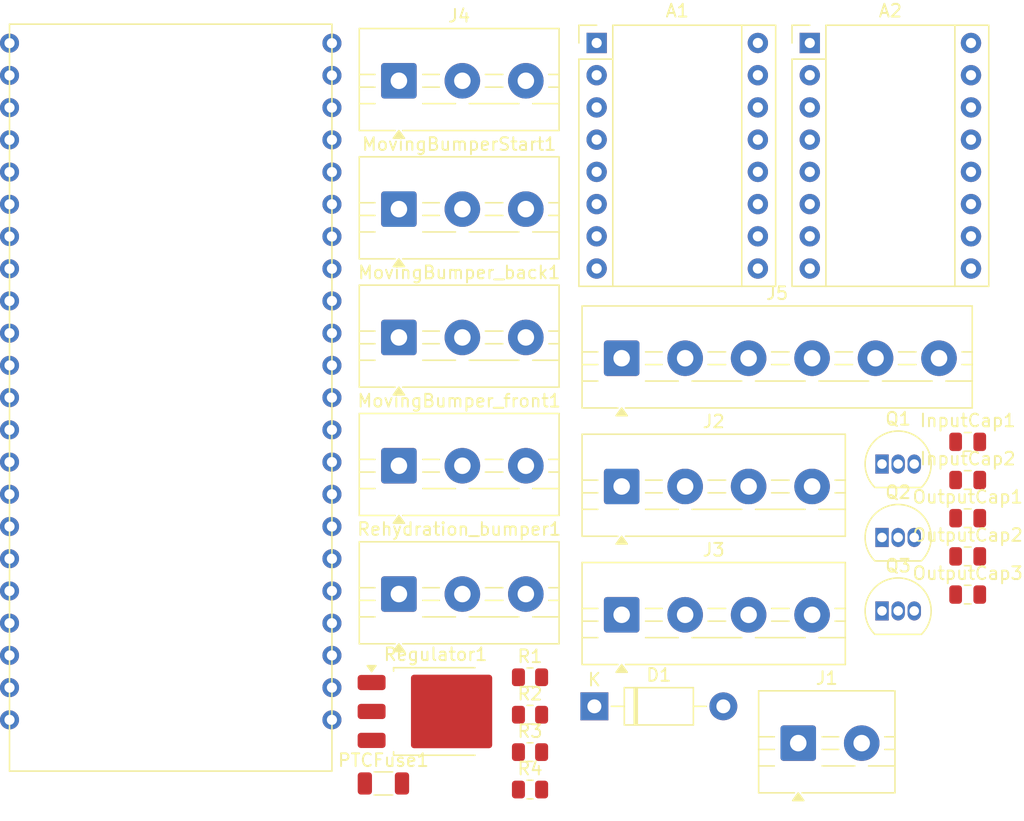
<source format=kicad_pcb>
(kicad_pcb (version 20241229) (generator "pcbnew") (generator_version "9.0")
  (layers (0 "F.Cu" signal) (2 "B.Cu" signal) (13 "F.Paste" user) (15 "B.Paste" user) (5 "F.SilkS" user "F.Silkscreen") (7 "B.SilkS" user "B.Silkscreen") (1 "F.Mask" user) (3 "B.Mask" user) (25 "Edge.Cuts" user))
  (net 0 "")
  (net 1 "Net-(Regulator1-VI)")
  (net 14 "/M2")
  (net 21 "Net-(A1-M2)")
  (net 22 "Net-(A1-~{FLT})")
  (net 23 "Net-(A1-M1)")
  (net 24 "Net-(A1-STEP)")
  (net 25 "Net-(A1-DIR)")
  (net 26 "Net-(A1-B1)")
  (net 27 "Net-(A1-A1)")
  (net 28 "Net-(A1-VMOT)")
  (net 29 "Net-(A1-~{RST})")
  (net 30 "Net-(A1-A2)")
  (net 31 "Net-(A1-M0)")
  (net 32 "Net-(A1-~{EN})")
  (net 33 "Net-(A1-B2)")
  (net 34 "/FLT")
  (net 35 "/STEP")
  (net 36 "/M1")
  (net 37 "Net-(A2-B2)")
  (net 38 "/DIR")
  (net 39 "/M0")
  (net 40 "Net-(A2-A2)")
  (net 41 "Net-(A2-B1)")
  (net 42 "Net-(A2-A1)")
  (net 43 "/Mix1")
  (net 44 "/B_B")
  (net 45 "/B_F")
  (net 46 "Net-(ESP32-S3-36)")
  (net 47 "/Mix3")
  (net 48 "/VD_o")
  (net 49 "/Mix2")
  (net 50 "/B_S")
  (net 51 "Net-(ESP32-S3-Vin)")
  (net 53 "Net-(J4-Pin_2)")
  (net 54 "Net-(J5-Pin_5)")
  (net 55 "Net-(J5-Pin_3)")
  (net 56 "Net-(J5-Pin_1)")
  (net 57 "Net-(Q1-G)")
  (net 58 "Net-(Q2-G)")
  (net 59 "Net-(Q3-G)")
  (net 60 "Net-(D1-A)")
  (footprint "Resistor_SMD:R_0805_2012Metric" (layer "F.Cu") (at 99.0875 104.5)
    (property "Reference" "R4" (at 0 -1.65 0) (layer "F.SilkS"))
    (property "Value" "4.6k")
    (fp_line (start -0.227064 -0.735) (end 0.227064 -0.735) (stroke (width 0.12)) (layer "F.SilkS"))
    (fp_line (start -0.227064 0.735) (end 0.227064 0.735) (stroke (width 0.12)) (layer "F.SilkS"))
    (pad "1" smd roundrect (at -0.9125 0) (size 1.025 1.4) (layers "F.Cu" "F.Mask" "F.Paste") (roundrect_rratio 0.243902) (net 47 "/Mix3"))
    (pad "2" smd roundrect (at 0.9125 0) (size 1.025 1.4) (layers "F.Cu" "F.Mask" "F.Paste") (roundrect_rratio 0.243902) (net 59 "Net-(Q3-G)"))
  )
  (footprint "Diode_THT:D_DO-41_SOD81_P10.16mm_Horizontal" (layer "F.Cu") (at 104.1575 97.94)
    (property "Reference" "D1" (at 5.08 -2.47 0) (layer "F.SilkS"))
    (property "Value" "1N4001")
    (fp_line (start 1.34 0) (end 2.36 0) (stroke (width 0.12)) (layer "F.SilkS"))
    (fp_line (start 2.36 -1.47) (end 2.36 1.47) (stroke (width 0.12)) (layer "F.SilkS"))
    (fp_line (start 2.36 1.47) (end 7.8 1.47) (stroke (width 0.12)) (layer "F.SilkS"))
    (fp_line (start 3.14 -1.47) (end 3.14 1.47) (stroke (width 0.12)) (layer "F.SilkS"))
    (fp_line (start 3.26 -1.47) (end 3.26 1.47) (stroke (width 0.12)) (layer "F.SilkS"))
    (fp_line (start 3.38 -1.47) (end 3.38 1.47) (stroke (width 0.12)) (layer "F.SilkS"))
    (fp_line (start 7.8 -1.47) (end 2.36 -1.47) (stroke (width 0.12)) (layer "F.SilkS"))
    (fp_line (start 7.8 1.47) (end 7.8 -1.47) (stroke (width 0.12)) (layer "F.SilkS"))
    (fp_line (start 8.82 0) (end 7.8 0) (stroke (width 0.12)) (layer "F.SilkS"))
    (fp_text user "K" (at 0 -2.1 0) (layer "F.SilkS"))
    (pad "1" thru_hole rect (at 0 0) (size 2.2 2.2) (drill 1.1) (layers "*.Cu" "*.Mask") (net 28 "Net-(A1-VMOT)"))
    (pad "2" thru_hole oval (at 10.16 0) (size 2.2 2.2) (drill 1.1) (layers "*.Cu" "*.Mask") (net 60 "Net-(D1-A)"))
  )
  (footprint "Capacitor_SMD:C_0805_2012Metric" (layer "F.Cu") (at 133.5675 86.12)
    (property "Reference" "OutputCap2" (at 0 -1.68 0) (layer "F.SilkS"))
    (property "Value" "10uF")
    (fp_line (start -0.261252 -0.735) (end 0.261252 -0.735) (stroke (width 0.12)) (layer "F.SilkS"))
    (fp_line (start -0.261252 0.735) (end 0.261252 0.735) (stroke (width 0.12)) (layer "F.SilkS"))
    (pad "1" smd roundrect (at -0.95 0) (size 1 1.45) (layers "F.Cu" "F.Mask" "F.Paste") (net 60 "Net-(D1-A)"))
    (pad "2" smd roundrect (at 0.95 0) (size 1 1.45) (layers "F.Cu" "F.Mask" "F.Paste") (net 29 "Net-(A1-~{RST})"))
  )
  (footprint "Package_TO_SOT_THT:TO-92_Inline" (layer "F.Cu") (at 126.8175 84.63)
    (property "Reference" "Q2" (at 1.27 -3.56 0) (layer "F.SilkS"))
    (property "Value" "2N7000")
    (fp_line (start -0.53 1.85) (end 3.07 1.85) (stroke (width 0.12)) (layer "F.SilkS"))
    (fp_arc (start -0.568478 1.838478) (mid -1.132087 -0.994977) (end 1.27 -2.6) (stroke (width 0.12)) (layer "F.SilkS"))
    (fp_arc (start 1.27 -2.6) (mid 3.672087 -0.994977) (end 3.108478 1.838478) (stroke (width 0.12)) (layer "F.SilkS"))
    (pad "1" thru_hole rect (at 0 0) (size 1.05 1.5) (drill 0.75) (layers "*.Cu" "*.Mask") (net 60 "Net-(D1-A)"))
    (pad "2" thru_hole oval (at 1.27 0) (size 1.05 1.5) (drill 0.75) (layers "*.Cu" "*.Mask") (net 58 "Net-(Q2-G)"))
    (pad "3" thru_hole oval (at 2.54 0) (size 1.05 1.5) (drill 0.75) (layers "*.Cu" "*.Mask") (net 55 "Net-(J5-Pin_3)"))
  )
  (footprint "Resistor_SMD:R_0805_2012Metric" (layer "F.Cu") (at 99.0875 101.55)
    (property "Reference" "R3" (at 0 -1.65 0) (layer "F.SilkS"))
    (property "Value" "4.6k")
    (fp_line (start -0.227064 -0.735) (end 0.227064 -0.735) (stroke (width 0.12)) (layer "F.SilkS"))
    (fp_line (start -0.227064 0.735) (end 0.227064 0.735) (stroke (width 0.12)) (layer "F.SilkS"))
    (pad "1" smd roundrect (at -0.9125 0) (size 1.025 1.4) (layers "F.Cu" "F.Mask" "F.Paste") (roundrect_rratio 0.243902) (net 49 "/Mix2"))
    (pad "2" smd roundrect (at 0.9125 0) (size 1.025 1.4) (layers "F.Cu" "F.Mask" "F.Paste") (roundrect_rratio 0.243902) (net 58 "Net-(Q2-G)"))
  )
  (footprint "Package_TO_SOT_THT:TO-92_Inline" (layer "F.Cu") (at 126.8175 90.42)
    (property "Reference" "Q3" (at 1.27 -3.56 0) (layer "F.SilkS"))
    (property "Value" "2N7000")
    (fp_line (start -0.53 1.85) (end 3.07 1.85) (stroke (width 0.12)) (layer "F.SilkS"))
    (fp_arc (start -0.568478 1.838478) (mid -1.132087 -0.994977) (end 1.27 -2.6) (stroke (width 0.12)) (layer "F.SilkS"))
    (fp_arc (start 1.27 -2.6) (mid 3.672087 -0.994977) (end 3.108478 1.838478) (stroke (width 0.12)) (layer "F.SilkS"))
    (pad "1" thru_hole rect (at 0 0) (size 1.05 1.5) (drill 0.75) (layers "*.Cu" "*.Mask") (net 60 "Net-(D1-A)"))
    (pad "2" thru_hole oval (at 1.27 0) (size 1.05 1.5) (drill 0.75) (layers "*.Cu" "*.Mask") (net 59 "Net-(Q3-G)"))
    (pad "3" thru_hole oval (at 2.54 0) (size 1.05 1.5) (drill 0.75) (layers "*.Cu" "*.Mask") (net 54 "Net-(J5-Pin_5)"))
  )
  (footprint "my_footprints:ESP32_DevKitC_Header_Mount" (layer "F.Cu") (at 58.0825 45.665)
    (property "Reference" "ESP32-S3" (hide yes))
    (property "Value" "~" (hide yes))
    (fp_line (start 0 -1.5) (end 0 57.38) (stroke (width 0.12)) (layer "F.SilkS"))
    (fp_line (start 0 -1.5) (end 25.4 -1.5) (stroke (width 0.12)) (layer "F.SilkS"))
    (fp_line (start 0 57.38) (end 25.4 57.38) (stroke (width 0.12)) (layer "F.SilkS"))
    (fp_line (start 25.4 -1.5) (end 25.4 57.38) (stroke (width 0.12)) (layer "F.SilkS"))
    (pad "1" thru_hole circle (at 0 0) (size 1.5 1.5) (drill 0.8) (layers "*.Cu" "*.Mask") (net 29 "Net-(A1-~{RST})"))
    (pad "2" thru_hole circle (at 0 2.54) (size 1.5 1.5) (drill 0.8) (layers "*.Cu" "*.Mask"))
    (pad "3" thru_hole circle (at 0 5.08) (size 1.5 1.5) (drill 0.8) (layers "*.Cu" "*.Mask"))
    (pad "4" thru_hole circle (at 0 7.62) (size 1.5 1.5) (drill 0.8) (layers "*.Cu" "*.Mask") (net 48 "/VD_o"))
    (pad "5" thru_hole circle (at 0 10.16) (size 1.5 1.5) (drill 0.8) (layers "*.Cu" "*.Mask"))
    (pad "6" thru_hole circle (at 0 12.7) (size 1.5 1.5) (drill 0.8) (layers "*.Cu" "*.Mask") (net 35 "/STEP"))
    (pad "7" thru_hole circle (at 0 15.24) (size 1.5 1.5) (drill 0.8) (layers "*.Cu" "*.Mask") (net 38 "/DIR"))
    (pad "8" thru_hole circle (at 0 17.78) (size 1.5 1.5) (drill 0.8) (layers "*.Cu" "*.Mask") (net 34 "/FLT"))
    (pad "9" thru_hole circle (at 0 20.32) (size 1.5 1.5) (drill 0.8) (layers "*.Cu" "*.Mask") (net 39 "/M0"))
    (pad "10" thru_hole circle (at 0 22.86) (size 1.5 1.5) (drill 0.8) (layers "*.Cu" "*.Mask") (net 36 "/M1"))
    (pad "11" thru_hole circle (at 0 25.4) (size 1.5 1.5) (drill 0.8) (layers "*.Cu" "*.Mask") (net 14 "/M2"))
    (pad "12" thru_hole circle (at 0 27.94) (size 1.5 1.5) (drill 0.8) (layers "*.Cu" "*.Mask") (net 39 "/M0"))
    (pad "13" thru_hole circle (at 0 30.48) (size 1.5 1.5) (drill 0.8) (layers "*.Cu" "*.Mask") (net 45 "/B_F"))
    (pad "14" thru_hole circle (at 0 33.02) (size 1.5 1.5) (drill 0.8) (layers "*.Cu" "*.Mask"))
    (pad "15" thru_hole circle (at 0 35.56) (size 1.5 1.5) (drill 0.8) (layers "*.Cu" "*.Mask") (net 50 "/B_S"))
    (pad "16" thru_hole circle (at 0 38.1) (size 1.5 1.5) (drill 0.8) (layers "*.Cu" "*.Mask") (net 44 "/B_B"))
    (pad "17" thru_hole circle (at 0 40.64) (size 1.5 1.5) (drill 0.8) (layers "*.Cu" "*.Mask") (net 47 "/Mix3"))
    (pad "18" thru_hole circle (at 0 43.18) (size 1.5 1.5) (drill 0.8) (layers "*.Cu" "*.Mask") (net 49 "/Mix2"))
    (pad "19" thru_hole circle (at 0 45.72) (size 1.5 1.5) (drill 0.8) (layers "*.Cu" "*.Mask") (net 43 "/Mix1"))
    (pad "20" thru_hole circle (at 0 48.26) (size 1.5 1.5) (drill 0.8) (layers "*.Cu" "*.Mask"))
    (pad "21" thru_hole circle (at 0 50.8) (size 1.5 1.5) (drill 0.8) (layers "*.Cu" "*.Mask") (net 51 "Net-(ESP32-S3-Vin)"))
    (pad "22" thru_hole circle (at 0 53.34) (size 1.5 1.5) (drill 0.8) (layers "*.Cu" "*.Mask") (net 60 "Net-(D1-A)"))
    (pad "23" thru_hole circle (at 25.4 0) (size 1.5 1.5) (drill 0.8) (layers "*.Cu" "*.Mask"))
    (pad "24" thru_hole circle (at 25.4 2.54) (size 1.5 1.5) (drill 0.8) (layers "*.Cu" "*.Mask"))
    (pad "25" thru_hole circle (at 25.4 5.08) (size 1.5 1.5) (drill 0.8) (layers "*.Cu" "*.Mask"))
    (pad "26" thru_hole circle (at 25.4 7.62) (size 1.5 1.5) (drill 0.8) (layers "*.Cu" "*.Mask") (net 24 "Net-(A1-STEP)"))
    (pad "27" thru_hole circle (at 25.4 10.16) (size 1.5 1.5) (drill 0.8) (layers "*.Cu" "*.Mask") (net 25 "Net-(A1-DIR)"))
    (pad "28" thru_hole circle (at 25.4 12.7) (size 1.5 1.5) (drill 0.8) (layers "*.Cu" "*.Mask") (net 22 "Net-(A1-~{FLT})"))
    (pad "29" thru_hole circle (at 25.4 15.24) (size 1.5 1.5) (drill 0.8) (layers "*.Cu" "*.Mask") (net 31 "Net-(A1-M0)"))
    (pad "30" thru_hole circle (at 25.4 17.78) (size 1.5 1.5) (drill 0.8) (layers "*.Cu" "*.Mask") (net 23 "Net-(A1-M1)"))
    (pad "31" thru_hole circle (at 25.4 20.32) (size 1.5 1.5) (drill 0.8) (layers "*.Cu" "*.Mask") (net 21 "Net-(A1-M2)"))
    (pad "32" thru_hole circle (at 25.4 22.86) (size 1.5 1.5) (drill 0.8) (layers "*.Cu" "*.Mask") (net 32 "Net-(A1-~{EN})"))
    (pad "33" thru_hole circle (at 25.4 25.4) (size 1.5 1.5) (drill 0.8) (layers "*.Cu" "*.Mask"))
    (pad "34" thru_hole circle (at 25.4 27.94) (size 1.5 1.5) (drill 0.8) (layers "*.Cu" "*.Mask") (net 46 "Net-(ESP32-S3-36)"))
    (pad "35" thru_hole circle (at 25.4 30.48) (size 1.5 1.5) (drill 0.8) (layers "*.Cu" "*.Mask"))
    (pad "36" thru_hole circle (at 25.4 33.02) (size 1.5 1.5) (drill 0.8) (layers "*.Cu" "*.Mask"))
    (pad "37" thru_hole circle (at 25.4 35.56) (size 1.5 1.5) (drill 0.8) (layers "*.Cu" "*.Mask"))
    (pad "38" thru_hole circle (at 25.4 38.1) (size 1.5 1.5) (drill 0.8) (layers "*.Cu" "*.Mask"))
    (pad "39" thru_hole circle (at 25.4 40.64) (size 1.5 1.5) (drill 0.8) (layers "*.Cu" "*.Mask"))
    (pad "40" thru_hole circle (at 25.4 43.18) (size 1.5 1.5) (drill 0.8) (layers "*.Cu" "*.Mask"))
    (pad "41" thru_hole circle (at 25.4 45.72) (size 1.5 1.5) (drill 0.8) (layers "*.Cu" "*.Mask"))
    (pad "42" thru_hole circle (at 25.4 48.26) (size 1.5 1.5) (drill 0.8) (layers "*.Cu" "*.Mask"))
    (pad "43" thru_hole circle (at 25.4 50.8) (size 1.5 1.5) (drill 0.8) (layers "*.Cu" "*.Mask"))
    (pad "44" thru_hole circle (at 25.4 53.34) (size 1.5 1.5) (drill 0.8) (layers "*.Cu" "*.Mask"))
  )
  (footprint "Module:Pololu_Breakout-16_15.2x20.3mm" (layer "F.Cu") (at 121.1275 45.65)
    (property "Reference" "A2" (at 6.35 -2.54 0) (layer "F.SilkS"))
    (property "Value" "Pololu_Breakout_DRV8825")
    (fp_line (start -1.4 -1.4) (end -1.4 0) (stroke (width 0.12)) (layer "F.SilkS"))
    (fp_line (start -1.4 1.27) (end -1.4 19.18) (stroke (width 0.12)) (layer "F.SilkS"))
    (fp_line (start -1.4 19.18) (end 14.1 19.18) (stroke (width 0.12)) (layer "F.SilkS"))
    (fp_line (start 0 -1.4) (end -1.4 -1.4) (stroke (width 0.12)) (layer "F.SilkS"))
    (fp_line (start 1.27 -1.4) (end 1.27 1.27) (stroke (width 0.12)) (layer "F.SilkS"))
    (fp_line (start 1.27 1.27) (end -1.4 1.27) (stroke (width 0.12)) (layer "F.SilkS"))
    (fp_line (start 1.27 1.27) (end 1.27 19.18) (stroke (width 0.12)) (layer "F.SilkS"))
    (fp_line (start 11.43 -1.4) (end 11.43 19.18) (stroke (width 0.12)) (layer "F.SilkS"))
    (fp_line (start 14.1 -1.4) (end 1.27 -1.4) (stroke (width 0.12)) (layer "F.SilkS"))
    (fp_line (start 14.1 19.18) (end 14.1 -1.4) (stroke (width 0.12)) (layer "F.SilkS"))
    (pad "1" thru_hole rect (at 0 0) (size 1.6 1.6) (drill 0.8) (layers "*.Cu" "*.Mask") (net 60 "Net-(D1-A)"))
    (pad "2" thru_hole oval (at 0 2.54) (size 1.6 1.6) (drill 0.8) (layers "*.Cu" "*.Mask") (net 34 "/FLT"))
    (pad "3" thru_hole oval (at 0 5.08) (size 1.6 1.6) (drill 0.8) (layers "*.Cu" "*.Mask") (net 40 "Net-(A2-A2)"))
    (pad "4" thru_hole oval (at 0 7.62) (size 1.6 1.6) (drill 0.8) (layers "*.Cu" "*.Mask") (net 42 "Net-(A2-A1)"))
    (pad "5" thru_hole oval (at 0 10.16) (size 1.6 1.6) (drill 0.8) (layers "*.Cu" "*.Mask") (net 41 "Net-(A2-B1)"))
    (pad "6" thru_hole oval (at 0 12.7) (size 1.6 1.6) (drill 0.8) (layers "*.Cu" "*.Mask") (net 37 "Net-(A2-B2)"))
    (pad "7" thru_hole oval (at 0 15.24) (size 1.6 1.6) (drill 0.8) (layers "*.Cu" "*.Mask") (net 60 "Net-(D1-A)"))
    (pad "8" thru_hole oval (at 0 17.78) (size 1.6 1.6) (drill 0.8) (layers "*.Cu" "*.Mask") (net 28 "Net-(A1-VMOT)"))
    (pad "9" thru_hole oval (at 12.7 17.78) (size 1.6 1.6) (drill 0.8) (layers "*.Cu" "*.Mask") (net 39 "/M0"))
    (pad "10" thru_hole oval (at 12.7 15.24) (size 1.6 1.6) (drill 0.8) (layers "*.Cu" "*.Mask") (net 39 "/M0"))
    (pad "11" thru_hole oval (at 12.7 12.7) (size 1.6 1.6) (drill 0.8) (layers "*.Cu" "*.Mask") (net 36 "/M1"))
    (pad "12" thru_hole oval (at 12.7 10.16) (size 1.6 1.6) (drill 0.8) (layers "*.Cu" "*.Mask") (net 14 "/M2"))
    (pad "13" thru_hole oval (at 12.7 7.62) (size 1.6 1.6) (drill 0.8) (layers "*.Cu" "*.Mask") (net 29 "Net-(A1-~{RST})"))
    (pad "14" thru_hole oval (at 12.7 5.08) (size 1.6 1.6) (drill 0.8) (layers "*.Cu" "*.Mask") (net 29 "Net-(A1-~{RST})"))
    (pad "15" thru_hole oval (at 12.7 2.54) (size 1.6 1.6) (drill 0.8) (layers "*.Cu" "*.Mask") (net 35 "/STEP"))
    (pad "16" thru_hole oval (at 12.7 0) (size 1.6 1.6) (drill 0.8) (layers "*.Cu" "*.Mask") (net 38 "/DIR"))
  )
  (footprint "TerminalBlock:TerminalBlock_MaiXu_MX126-5.0-03P_1x03_P5.00mm" (layer "F.Cu") (at 88.7575 48.63)
    (property "Reference" "J4" (at 4.75 -5.12 0) (layer "F.SilkS"))
    (property "Value" "Screw_Terminal_01x03")
    (fp_line (start -3.12 -4.12) (end -3.12 3.92) (stroke (width 0.12)) (layer "F.SilkS"))
    (fp_line (start -3.12 -4.12) (end 12.62 -4.12) (stroke (width 0.12)) (layer "F.SilkS"))
    (fp_line (start -3.12 -0.5) (end -1.88 -0.5) (stroke (width 0.12)) (layer "F.SilkS"))
    (fp_line (start -3.12 0.5) (end -1.88 0.5) (stroke (width 0.12)) (layer "F.SilkS"))
    (fp_line (start -3.12 1.8) (end -1.88 1.8) (stroke (width 0.12)) (layer "F.SilkS"))
    (fp_line (start -3.12 3.92) (end -0.3 3.92) (stroke (width 0.12)) (layer "F.SilkS"))
    (fp_line (start 0.3 3.92) (end 12.62 3.92) (stroke (width 0.12)) (layer "F.SilkS"))
    (fp_line (start 1.88 -0.5) (end 3.188 -0.5) (stroke (width 0.12)) (layer "F.SilkS"))
    (fp_line (start 1.88 0.5) (end 3.188 0.5) (stroke (width 0.12)) (layer "F.SilkS"))
    (fp_line (start 1.88 1.8) (end 4.457 1.8) (stroke (width 0.12)) (layer "F.SilkS"))
    (fp_line (start 5.543 1.8) (end 9.457 1.8) (stroke (width 0.12)) (layer "F.SilkS"))
    (fp_line (start 6.812 -0.5) (end 8.188 -0.5) (stroke (width 0.12)) (layer "F.SilkS"))
    (fp_line (start 6.812 0.5) (end 8.188 0.5) (stroke (width 0.12)) (layer "F.SilkS"))
    (fp_line (start 10.543 1.8) (end 12.62 1.8) (stroke (width 0.12)) (layer "F.SilkS"))
    (fp_line (start 11.812 -0.5) (end 12.62 -0.5) (stroke (width 0.12)) (layer "F.SilkS"))
    (fp_line (start 11.812 0.5) (end 12.62 0.5) (stroke (width 0.12)) (layer "F.SilkS"))
    (fp_line (start 12.62 -4.12) (end 12.62 3.92) (stroke (width 0.12)) (layer "F.SilkS"))
    (fp_poly (pts (xy 0 3.92) (xy 0.44 4.53) (xy -0.44 4.53)) (stroke (width 0.12)) (fill yes) (layer "F.SilkS"))
    (pad "1" thru_hole roundrect (at 0 0) (size 2.8 2.8) (drill 1.3) (layers "*.Cu" "*.Mask") (roundrect_rratio 0.089286) (net 48 "/VD_o"))
    (pad "2" thru_hole circle (at 5 0) (size 2.8 2.8) (drill 1.3) (layers "*.Cu" "*.Mask") (net 53 "Net-(J4-Pin_2)"))
    (pad "3" thru_hole circle (at 10 0) (size 2.8 2.8) (drill 1.3) (layers "*.Cu" "*.Mask") (net 48 "/VD_o"))
  )
  (footprint "Resistor_SMD:R_1206_3216Metric" (layer "F.Cu") (at 87.5375 104.02)
    (property "Reference" "PTCFuse1" (at 0 -1.83 0) (layer "F.SilkS"))
    (property "Value" "1206L050")
    (fp_line (start -0.727064 -0.91) (end 0.727064 -0.91) (stroke (width 0.12)) (layer "F.SilkS"))
    (fp_line (start -0.727064 0.91) (end 0.727064 0.91) (stroke (width 0.12)) (layer "F.SilkS"))
    (pad "1" smd roundrect (at -1.4625 0) (size 1.125 1.75) (layers "F.Cu" "F.Mask" "F.Paste") (roundrect_rratio 0.222222) (net 28 "Net-(A1-VMOT)"))
    (pad "2" smd roundrect (at 1.4625 0) (size 1.125 1.75) (layers "F.Cu" "F.Mask" "F.Paste") (roundrect_rratio 0.222222) (net 1 "Net-(Regulator1-VI)"))
  )
  (footprint "Module:Pololu_Breakout-16_15.2x20.3mm" (layer "F.Cu") (at 104.3375 45.65)
    (property "Reference" "A1" (at 6.35 -2.54 0) (layer "F.SilkS"))
    (property "Value" "Pololu_Breakout_DRV8825")
    (fp_line (start -1.4 -1.4) (end -1.4 0) (stroke (width 0.12)) (layer "F.SilkS"))
    (fp_line (start -1.4 1.27) (end -1.4 19.18) (stroke (width 0.12)) (layer "F.SilkS"))
    (fp_line (start -1.4 19.18) (end 14.1 19.18) (stroke (width 0.12)) (layer "F.SilkS"))
    (fp_line (start 0 -1.4) (end -1.4 -1.4) (stroke (width 0.12)) (layer "F.SilkS"))
    (fp_line (start 1.27 -1.4) (end 1.27 1.27) (stroke (width 0.12)) (layer "F.SilkS"))
    (fp_line (start 1.27 1.27) (end -1.4 1.27) (stroke (width 0.12)) (layer "F.SilkS"))
    (fp_line (start 1.27 1.27) (end 1.27 19.18) (stroke (width 0.12)) (layer "F.SilkS"))
    (fp_line (start 11.43 -1.4) (end 11.43 19.18) (stroke (width 0.12)) (layer "F.SilkS"))
    (fp_line (start 14.1 -1.4) (end 1.27 -1.4) (stroke (width 0.12)) (layer "F.SilkS"))
    (fp_line (start 14.1 19.18) (end 14.1 -1.4) (stroke (width 0.12)) (layer "F.SilkS"))
    (pad "1" thru_hole rect (at 0 0) (size 1.6 1.6) (drill 0.8) (layers "*.Cu" "*.Mask") (net 60 "Net-(D1-A)"))
    (pad "2" thru_hole oval (at 0 2.54) (size 1.6 1.6) (drill 0.8) (layers "*.Cu" "*.Mask") (net 22 "Net-(A1-~{FLT})"))
    (pad "3" thru_hole oval (at 0 5.08) (size 1.6 1.6) (drill 0.8) (layers "*.Cu" "*.Mask") (net 30 "Net-(A1-A2)"))
    (pad "4" thru_hole oval (at 0 7.62) (size 1.6 1.6) (drill 0.8) (layers "*.Cu" "*.Mask") (net 27 "Net-(A1-A1)"))
    (pad "5" thru_hole oval (at 0 10.16) (size 1.6 1.6) (drill 0.8) (layers "*.Cu" "*.Mask") (net 26 "Net-(A1-B1)"))
    (pad "6" thru_hole oval (at 0 12.7) (size 1.6 1.6) (drill 0.8) (layers "*.Cu" "*.Mask") (net 33 "Net-(A1-B2)"))
    (pad "7" thru_hole oval (at 0 15.24) (size 1.6 1.6) (drill 0.8) (layers "*.Cu" "*.Mask") (net 60 "Net-(D1-A)"))
    (pad "8" thru_hole oval (at 0 17.78) (size 1.6 1.6) (drill 0.8) (layers "*.Cu" "*.Mask") (net 28 "Net-(A1-VMOT)"))
    (pad "9" thru_hole oval (at 12.7 17.78) (size 1.6 1.6) (drill 0.8) (layers "*.Cu" "*.Mask") (net 32 "Net-(A1-~{EN})"))
    (pad "10" thru_hole oval (at 12.7 15.24) (size 1.6 1.6) (drill 0.8) (layers "*.Cu" "*.Mask") (net 31 "Net-(A1-M0)"))
    (pad "11" thru_hole oval (at 12.7 12.7) (size 1.6 1.6) (drill 0.8) (layers "*.Cu" "*.Mask") (net 23 "Net-(A1-M1)"))
    (pad "12" thru_hole oval (at 12.7 10.16) (size 1.6 1.6) (drill 0.8) (layers "*.Cu" "*.Mask") (net 21 "Net-(A1-M2)"))
    (pad "13" thru_hole oval (at 12.7 7.62) (size 1.6 1.6) (drill 0.8) (layers "*.Cu" "*.Mask") (net 29 "Net-(A1-~{RST})"))
    (pad "14" thru_hole oval (at 12.7 5.08) (size 1.6 1.6) (drill 0.8) (layers "*.Cu" "*.Mask") (net 29 "Net-(A1-~{RST})"))
    (pad "15" thru_hole oval (at 12.7 2.54) (size 1.6 1.6) (drill 0.8) (layers "*.Cu" "*.Mask") (net 24 "Net-(A1-STEP)"))
    (pad "16" thru_hole oval (at 12.7 0) (size 1.6 1.6) (drill 0.8) (layers "*.Cu" "*.Mask") (net 25 "Net-(A1-DIR)"))
  )
  (footprint "TerminalBlock:TerminalBlock_MaiXu_MX126-5.0-04P_1x04_P5.00mm" (layer "F.Cu") (at 106.3075 90.725)
    (property "Reference" "J3" (at 7.25 -5.12 0) (layer "F.SilkS"))
    (property "Value" "Screw_Terminal_01x04")
    (fp_line (start -3.12 -4.12) (end -3.12 3.92) (stroke (width 0.12)) (layer "F.SilkS"))
    (fp_line (start -3.12 -4.12) (end 17.62 -4.12) (stroke (width 0.12)) (layer "F.SilkS"))
    (fp_line (start -3.12 -0.5) (end -1.88 -0.5) (stroke (width 0.12)) (layer "F.SilkS"))
    (fp_line (start -3.12 0.5) (end -1.88 0.5) (stroke (width 0.12)) (layer "F.SilkS"))
    (fp_line (start -3.12 1.8) (end -1.88 1.8) (stroke (width 0.12)) (layer "F.SilkS"))
    (fp_line (start -3.12 3.92) (end -0.3 3.92) (stroke (width 0.12)) (layer "F.SilkS"))
    (fp_line (start 0.3 3.92) (end 17.62 3.92) (stroke (width 0.12)) (layer "F.SilkS"))
    (fp_line (start 1.88 -0.5) (end 3.188 -0.5) (stroke (width 0.12)) (layer "F.SilkS"))
    (fp_line (start 1.88 0.5) (end 3.188 0.5) (stroke (width 0.12)) (layer "F.SilkS"))
    (fp_line (start 1.88 1.8) (end 4.457 1.8) (stroke (width 0.12)) (layer "F.SilkS"))
    (fp_line (start 5.543 1.8) (end 9.457 1.8) (stroke (width 0.12)) (layer "F.SilkS"))
    (fp_line (start 6.812 -0.5) (end 8.188 -0.5) (stroke (width 0.12)) (layer "F.SilkS"))
    (fp_line (start 6.812 0.5) (end 8.188 0.5) (stroke (width 0.12)) (layer "F.SilkS"))
    (fp_line (start 10.543 1.8) (end 14.457 1.8) (stroke (width 0.12)) (layer "F.SilkS"))
    (fp_line (start 11.812 -0.5) (end 13.188 -0.5) (stroke (width 0.12)) (layer "F.SilkS"))
    (fp_line (start 11.812 0.5) (end 13.188 0.5) (stroke (width 0.12)) (layer "F.SilkS"))
    (fp_line (start 15.543 1.8) (end 17.62 1.8) (stroke (width 0.12)) (layer "F.SilkS"))
    (fp_line (start 16.812 -0.5) (end 17.62 -0.5) (stroke (width 0.12)) (layer "F.SilkS"))
    (fp_line (start 16.812 0.5) (end 17.62 0.5) (stroke (width 0.12)) (layer "F.SilkS"))
    (fp_line (start 17.62 -4.12) (end 17.62 3.92) (stroke (width 0.12)) (layer "F.SilkS"))
    (fp_poly (pts (xy 0 3.92) (xy 0.44 4.53) (xy -0.44 4.53)) (stroke (width 0.12)) (fill yes) (layer "F.SilkS"))
    (pad "1" thru_hole roundrect (at 0 0) (size 2.8 2.8) (drill 1.3) (layers "*.Cu" "*.Mask") (roundrect_rratio 0.089286) (net 42 "Net-(A2-A1)"))
    (pad "2" thru_hole circle (at 5 0) (size 2.8 2.8) (drill 1.3) (layers "*.Cu" "*.Mask") (net 40 "Net-(A2-A2)"))
    (pad "3" thru_hole circle (at 10 0) (size 2.8 2.8) (drill 1.3) (layers "*.Cu" "*.Mask") (net 41 "Net-(A2-B1)"))
    (pad "4" thru_hole circle (at 15 0) (size 2.8 2.8) (drill 1.3) (layers "*.Cu" "*.Mask") (net 37 "Net-(A2-B2)"))
  )
  (footprint "Resistor_SMD:R_0805_2012Metric" (layer "F.Cu") (at 99.0875 95.65)
    (property "Reference" "R1" (at 0 -1.65 0) (layer "F.SilkS"))
    (property "Value" "4.6k")
    (fp_line (start -0.227064 -0.735) (end 0.227064 -0.735) (stroke (width 0.12)) (layer "F.SilkS"))
    (fp_line (start -0.227064 0.735) (end 0.227064 0.735) (stroke (width 0.12)) (layer "F.SilkS"))
    (pad "1" smd roundrect (at -0.9125 0) (size 1.025 1.4) (layers "F.Cu" "F.Mask" "F.Paste") (roundrect_rratio 0.243902) (net 48 "/VD_o"))
    (pad "2" smd roundrect (at 0.9125 0) (size 1.025 1.4) (layers "F.Cu" "F.Mask" "F.Paste") (roundrect_rratio 0.243902) (net 60 "Net-(D1-A)"))
  )
  (footprint "Capacitor_SMD:C_0805_2012Metric" (layer "F.Cu") (at 133.5675 83.11)
    (property "Reference" "OutputCap1" (at 0 -1.68 0) (layer "F.SilkS"))
    (property "Value" "10uF")
    (fp_line (start -0.261252 -0.735) (end 0.261252 -0.735) (stroke (width 0.12)) (layer "F.SilkS"))
    (fp_line (start -0.261252 0.735) (end 0.261252 0.735) (stroke (width 0.12)) (layer "F.SilkS"))
    (pad "1" smd roundrect (at -0.95 0) (size 1 1.45) (layers "F.Cu" "F.Mask" "F.Paste") (net 60 "Net-(D1-A)"))
    (pad "2" smd roundrect (at 0.95 0) (size 1 1.45) (layers "F.Cu" "F.Mask" "F.Paste") (net 51 "Net-(ESP32-S3-Vin)"))
  )
  (footprint "Capacitor_SMD:C_0805_2012Metric" (layer "F.Cu") (at 133.5675 77.09)
    (property "Reference" "InputCap1" (at 0 -1.68 0) (layer "F.SilkS"))
    (property "Value" "100uF")
    (fp_line (start -0.261252 -0.735) (end 0.261252 -0.735) (stroke (width 0.12)) (layer "F.SilkS"))
    (fp_line (start -0.261252 0.735) (end 0.261252 0.735) (stroke (width 0.12)) (layer "F.SilkS"))
    (pad "1" smd roundrect (at -0.95 0) (size 1 1.45) (layers "F.Cu" "F.Mask" "F.Paste") (net 60 "Net-(D1-A)"))
    (pad "2" smd roundrect (at 0.95 0) (size 1 1.45) (layers "F.Cu" "F.Mask" "F.Paste") (net 1 "Net-(Regulator1-VI)"))
  )
  (footprint "TerminalBlock:TerminalBlock_MaiXu_MX126-5.0-03P_1x03_P5.00mm" (layer "F.Cu") (at 88.7575 78.975)
    (property "Reference" "MovingBumper_front1" (at 4.75 -5.12 0) (layer "F.SilkS"))
    (property "Value" "Screw_Terminal_01x03")
    (fp_line (start -3.12 -4.12) (end -3.12 3.92) (stroke (width 0.12)) (layer "F.SilkS"))
    (fp_line (start -3.12 -4.12) (end 12.62 -4.12) (stroke (width 0.12)) (layer "F.SilkS"))
    (fp_line (start -3.12 -0.5) (end -1.88 -0.5) (stroke (width 0.12)) (layer "F.SilkS"))
    (fp_line (start -3.12 0.5) (end -1.88 0.5) (stroke (width 0.12)) (layer "F.SilkS"))
    (fp_line (start -3.12 1.8) (end -1.88 1.8) (stroke (width 0.12)) (layer "F.SilkS"))
    (fp_line (start -3.12 3.92) (end -0.3 3.92) (stroke (width 0.12)) (layer "F.SilkS"))
    (fp_line (start 0.3 3.92) (end 12.62 3.92) (stroke (width 0.12)) (layer "F.SilkS"))
    (fp_line (start 1.88 -0.5) (end 3.188 -0.5) (stroke (width 0.12)) (layer "F.SilkS"))
    (fp_line (start 1.88 0.5) (end 3.188 0.5) (stroke (width 0.12)) (layer "F.SilkS"))
    (fp_line (start 1.88 1.8) (end 4.457 1.8) (stroke (width 0.12)) (layer "F.SilkS"))
    (fp_line (start 5.543 1.8) (end 9.457 1.8) (stroke (width 0.12)) (layer "F.SilkS"))
    (fp_line (start 6.812 -0.5) (end 8.188 -0.5) (stroke (width 0.12)) (layer "F.SilkS"))
    (fp_line (start 6.812 0.5) (end 8.188 0.5) (stroke (width 0.12)) (layer "F.SilkS"))
    (fp_line (start 10.543 1.8) (end 12.62 1.8) (stroke (width 0.12)) (layer "F.SilkS"))
    (fp_line (start 11.812 -0.5) (end 12.62 -0.5) (stroke (width 0.12)) (layer "F.SilkS"))
    (fp_line (start 11.812 0.5) (end 12.62 0.5) (stroke (width 0.12)) (layer "F.SilkS"))
    (fp_line (start 12.62 -4.12) (end 12.62 3.92) (stroke (width 0.12)) (layer "F.SilkS"))
    (fp_poly (pts (xy 0 3.92) (xy 0.44 4.53) (xy -0.44 4.53)) (stroke (width 0.12)) (fill yes) (layer "F.SilkS"))
    (pad "1" thru_hole roundrect (at 0 0) (size 2.8 2.8) (drill 1.3) (layers "*.Cu" "*.Mask") (roundrect_rratio 0.089286) (net 60 "Net-(D1-A)"))
    (pad "2" thru_hole circle (at 5 0) (size 2.8 2.8) (drill 1.3) (layers "*.Cu" "*.Mask") (net 29 "Net-(A1-~{RST})"))
    (pad "3" thru_hole circle (at 10 0) (size 2.8 2.8) (drill 1.3) (layers "*.Cu" "*.Mask") (net 45 "/B_F"))
  )
  (footprint "Package_TO_SOT_THT:TO-92_Inline" (layer "F.Cu") (at 126.8175 78.84)
    (property "Reference" "Q1" (at 1.27 -3.56 0) (layer "F.SilkS"))
    (property "Value" "2N7000")
    (fp_line (start -0.53 1.85) (end 3.07 1.85) (stroke (width 0.12)) (layer "F.SilkS"))
    (fp_arc (start -0.568478 1.838478) (mid -1.132087 -0.994977) (end 1.27 -2.6) (stroke (width 0.12)) (layer "F.SilkS"))
    (fp_arc (start 1.27 -2.6) (mid 3.672087 -0.994977) (end 3.108478 1.838478) (stroke (width 0.12)) (layer "F.SilkS"))
    (pad "1" thru_hole rect (at 0 0) (size 1.05 1.5) (drill 0.75) (layers "*.Cu" "*.Mask") (net 60 "Net-(D1-A)"))
    (pad "2" thru_hole oval (at 1.27 0) (size 1.05 1.5) (drill 0.75) (layers "*.Cu" "*.Mask") (net 57 "Net-(Q1-G)"))
    (pad "3" thru_hole oval (at 2.54 0) (size 1.05 1.5) (drill 0.75) (layers "*.Cu" "*.Mask") (net 56 "Net-(J5-Pin_1)"))
  )
  (footprint "TerminalBlock:TerminalBlock_MaiXu_MX126-5.0-02P_1x02_P5.00mm" (layer "F.Cu") (at 120.2175 100.84)
    (property "Reference" "J1" (at 2.25 -5.12 0) (layer "F.SilkS"))
    (property "Value" "Screw_Terminal_01x02")
    (fp_line (start -3.12 -4.12) (end -3.12 3.92) (stroke (width 0.12)) (layer "F.SilkS"))
    (fp_line (start -3.12 -4.12) (end 7.62 -4.12) (stroke (width 0.12)) (layer "F.SilkS"))
    (fp_line (start -3.12 -0.5) (end -1.88 -0.5) (stroke (width 0.12)) (layer "F.SilkS"))
    (fp_line (start -3.12 0.5) (end -1.88 0.5) (stroke (width 0.12)) (layer "F.SilkS"))
    (fp_line (start -3.12 1.8) (end -1.88 1.8) (stroke (width 0.12)) (layer "F.SilkS"))
    (fp_line (start -3.12 3.92) (end -0.3 3.92) (stroke (width 0.12)) (layer "F.SilkS"))
    (fp_line (start 0.3 3.92) (end 7.62 3.92) (stroke (width 0.12)) (layer "F.SilkS"))
    (fp_line (start 1.88 -0.5) (end 3.188 -0.5) (stroke (width 0.12)) (layer "F.SilkS"))
    (fp_line (start 1.88 0.5) (end 3.188 0.5) (stroke (width 0.12)) (layer "F.SilkS"))
    (fp_line (start 1.88 1.8) (end 4.457 1.8) (stroke (width 0.12)) (layer "F.SilkS"))
    (fp_line (start 5.543 1.8) (end 7.62 1.8) (stroke (width 0.12)) (layer "F.SilkS"))
    (fp_line (start 6.812 -0.5) (end 7.62 -0.5) (stroke (width 0.12)) (layer "F.SilkS"))
    (fp_line (start 6.812 0.5) (end 7.62 0.5) (stroke (width 0.12)) (layer "F.SilkS"))
    (fp_line (start 7.62 -4.12) (end 7.62 3.92) (stroke (width 0.12)) (layer "F.SilkS"))
    (fp_poly (pts (xy 0 3.92) (xy 0.44 4.53) (xy -0.44 4.53)) (stroke (width 0.12)) (fill yes) (layer "F.SilkS"))
    (pad "1" thru_hole roundrect (at 0 0) (size 2.8 2.8) (drill 1.3) (layers "*.Cu" "*.Mask") (roundrect_rratio 0.089286) (net 60 "Net-(D1-A)"))
    (pad "2" thru_hole circle (at 5 0) (size 2.8 2.8) (drill 1.3) (layers "*.Cu" "*.Mask") (net 28 "Net-(A1-VMOT)"))
  )
  (footprint "TerminalBlock:TerminalBlock_MaiXu_MX126-5.0-06P_1x06_P5.00mm" (layer "F.Cu") (at 106.3075 70.5)
    (property "Reference" "J5" (at 12.25 -5.12 0) (layer "F.SilkS"))
    (property "Value" "Screw_Terminal_01x06")
    (fp_line (start -3.12 -4.12) (end -3.12 3.92) (stroke (width 0.12)) (layer "F.SilkS"))
    (fp_line (start -3.12 -4.12) (end 27.62 -4.12) (stroke (width 0.12)) (layer "F.SilkS"))
    (fp_line (start -3.12 -0.5) (end -1.88 -0.5) (stroke (width 0.12)) (layer "F.SilkS"))
    (fp_line (start -3.12 0.5) (end -1.88 0.5) (stroke (width 0.12)) (layer "F.SilkS"))
    (fp_line (start -3.12 1.8) (end -1.88 1.8) (stroke (width 0.12)) (layer "F.SilkS"))
    (fp_line (start -3.12 3.92) (end -0.3 3.92) (stroke (width 0.12)) (layer "F.SilkS"))
    (fp_line (start 0.3 3.92) (end 27.62 3.92) (stroke (width 0.12)) (layer "F.SilkS"))
    (fp_line (start 1.88 -0.5) (end 3.188 -0.5) (stroke (width 0.12)) (layer "F.SilkS"))
    (fp_line (start 1.88 0.5) (end 3.188 0.5) (stroke (width 0.12)) (layer "F.SilkS"))
    (fp_line (start 1.88 1.8) (end 4.457 1.8) (stroke (width 0.12)) (layer "F.SilkS"))
    (fp_line (start 5.543 1.8) (end 9.457 1.8) (stroke (width 0.12)) (layer "F.SilkS"))
    (fp_line (start 6.812 -0.5) (end 8.188 -0.5) (stroke (width 0.12)) (layer "F.SilkS"))
    (fp_line (start 6.812 0.5) (end 8.188 0.5) (stroke (width 0.12)) (layer "F.SilkS"))
    (fp_line (start 10.543 1.8) (end 14.457 1.8) (stroke (width 0.12)) (layer "F.SilkS"))
    (fp_line (start 11.812 -0.5) (end 13.188 -0.5) (stroke (width 0.12)) (layer "F.SilkS"))
    (fp_line (start 11.812 0.5) (end 13.188 0.5) (stroke (width 0.12)) (layer "F.SilkS"))
    (fp_line (start 15.543 1.8) (end 19.457 1.8) (stroke (width 0.12)) (layer "F.SilkS"))
    (fp_line (start 16.812 -0.5) (end 18.188 -0.5) (stroke (width 0.12)) (layer "F.SilkS"))
    (fp_line (start 16.812 0.5) (end 18.188 0.5) (stroke (width 0.12)) (layer "F.SilkS"))
    (fp_line (start 20.543 1.8) (end 24.457 1.8) (stroke (width 0.12)) (layer "F.SilkS"))
    (fp_line (start 21.812 -0.5) (end 23.188 -0.5) (stroke (width 0.12)) (layer "F.SilkS"))
    (fp_line (start 21.812 0.5) (end 23.188 0.5) (stroke (width 0.12)) (layer "F.SilkS"))
    (fp_line (start 25.543 1.8) (end 27.62 1.8) (stroke (width 0.12)) (layer "F.SilkS"))
    (fp_line (start 26.812 -0.5) (end 27.62 -0.5) (stroke (width 0.12)) (layer "F.SilkS"))
    (fp_line (start 26.812 0.5) (end 27.62 0.5) (stroke (width 0.12)) (layer "F.SilkS"))
    (fp_line (start 27.62 -4.12) (end 27.62 3.92) (stroke (width 0.12)) (layer "F.SilkS"))
    (fp_poly (pts (xy 0 3.92) (xy 0.44 4.53) (xy -0.44 4.53)) (stroke (width 0.12)) (fill yes) (layer "F.SilkS"))
    (pad "1" thru_hole roundrect (at 0 0) (size 2.8 2.8) (drill 1.3) (layers "*.Cu" "*.Mask") (roundrect_rratio 0.089286) (net 56 "Net-(J5-Pin_1)"))
    (pad "2" thru_hole circle (at 5 0) (size 2.8 2.8) (drill 1.3) (layers "*.Cu" "*.Mask") (net 29 "Net-(A1-~{RST})"))
    (pad "3" thru_hole circle (at 10 0) (size 2.8 2.8) (drill 1.3) (layers "*.Cu" "*.Mask") (net 55 "Net-(J5-Pin_3)"))
    (pad "4" thru_hole circle (at 15 0) (size 2.8 2.8) (drill 1.3) (layers "*.Cu" "*.Mask") (net 29 "Net-(A1-~{RST})"))
    (pad "5" thru_hole circle (at 20 0) (size 2.8 2.8) (drill 1.3) (layers "*.Cu" "*.Mask") (net 54 "Net-(J5-Pin_5)"))
    (pad "6" thru_hole circle (at 25 0) (size 2.8 2.8) (drill 1.3) (layers "*.Cu" "*.Mask") (net 29 "Net-(A1-~{RST})"))
  )
  (footprint "Package_TO_SOT_SMD:TO-252-3_TabPin2" (layer "F.Cu") (at 91.6475 98.345)
    (property "Reference" "Regulator1" (at 0 -4.5 0) (layer "F.SilkS"))
    (property "Value" "LM1117DT-5.0")
    (fp_line (start -3.31 -3.45) (end -3.31 -3.18) (stroke (width 0.12)) (layer "F.SilkS"))
    (fp_line (start -3.31 3.45) (end -3.31 3.18) (stroke (width 0.12)) (layer "F.SilkS"))
    (fp_line (start 3.11 -3.45) (end -3.31 -3.45) (stroke (width 0.12)) (layer "F.SilkS"))
    (fp_line (start 3.11 3.45) (end -3.31 3.45) (stroke (width 0.12)) (layer "F.SilkS"))
    (fp_poly (pts (xy -5.04 -3.14) (xy -5.38 -3.61) (xy -4.7 -3.61)) (stroke (width 0.12)) (fill yes) (layer "F.SilkS"))
    (pad "1" smd roundrect (at -5.04 -2.28) (size 2.2 1.2) (layers "F.Cu" "F.Mask" "F.Paste") (roundrect_rratio 0.208333) (net 60 "Net-(D1-A)"))
    (pad "2" smd roundrect (at -5.04 0) (size 2.2 1.2) (layers "F.Cu" "F.Mask" "F.Paste") (roundrect_rratio 0.208333) (net 51 "Net-(ESP32-S3-Vin)"))
    (pad "2" smd roundrect (at 1.26 0) (size 6.4 5.8) (layers "F.Cu" "F.Mask") (roundrect_rratio 0.043103) (net 51 "Net-(ESP32-S3-Vin)"))
    (pad "3" smd roundrect (at -5.04 2.28) (size 2.2 1.2) (layers "F.Cu" "F.Mask" "F.Paste") (roundrect_rratio 0.208333) (net 1 "Net-(Regulator1-VI)"))
  )
  (footprint "Capacitor_SMD:C_0805_2012Metric" (layer "F.Cu") (at 133.5675 80.1)
    (property "Reference" "InputCap2" (at 0 -1.68 0) (layer "F.SilkS"))
    (property "Value" "100uF")
    (fp_line (start -0.261252 -0.735) (end 0.261252 -0.735) (stroke (width 0.12)) (layer "F.SilkS"))
    (fp_line (start -0.261252 0.735) (end 0.261252 0.735) (stroke (width 0.12)) (layer "F.SilkS"))
    (pad "1" smd roundrect (at -0.95 0) (size 1 1.45) (layers "F.Cu" "F.Mask" "F.Paste") (net 60 "Net-(D1-A)"))
    (pad "2" smd roundrect (at 0.95 0) (size 1 1.45) (layers "F.Cu" "F.Mask" "F.Paste") (net 28 "Net-(A1-VMOT)"))
  )
  (footprint "TerminalBlock:TerminalBlock_MaiXu_MX126-5.0-04P_1x04_P5.00mm" (layer "F.Cu") (at 106.3075 80.61)
    (property "Reference" "J2" (at 7.25 -5.12 0) (layer "F.SilkS"))
    (property "Value" "Screw_Terminal_01x04")
    (fp_line (start -3.12 -4.12) (end -3.12 3.92) (stroke (width 0.12)) (layer "F.SilkS"))
    (fp_line (start -3.12 -4.12) (end 17.62 -4.12) (stroke (width 0.12)) (layer "F.SilkS"))
    (fp_line (start -3.12 -0.5) (end -1.88 -0.5) (stroke (width 0.12)) (layer "F.SilkS"))
    (fp_line (start -3.12 0.5) (end -1.88 0.5) (stroke (width 0.12)) (layer "F.SilkS"))
    (fp_line (start -3.12 1.8) (end -1.88 1.8) (stroke (width 0.12)) (layer "F.SilkS"))
    (fp_line (start -3.12 3.92) (end -0.3 3.92) (stroke (width 0.12)) (layer "F.SilkS"))
    (fp_line (start 0.3 3.92) (end 17.62 3.92) (stroke (width 0.12)) (layer "F.SilkS"))
    (fp_line (start 1.88 -0.5) (end 3.188 -0.5) (stroke (width 0.12)) (layer "F.SilkS"))
    (fp_line (start 1.88 0.5) (end 3.188 0.5) (stroke (width 0.12)) (layer "F.SilkS"))
    (fp_line (start 1.88 1.8) (end 4.457 1.8) (stroke (width 0.12)) (layer "F.SilkS"))
    (fp_line (start 5.543 1.8) (end 9.457 1.8) (stroke (width 0.12)) (layer "F.SilkS"))
    (fp_line (start 6.812 -0.5) (end 8.188 -0.5) (stroke (width 0.12)) (layer "F.SilkS"))
    (fp_line (start 6.812 0.5) (end 8.188 0.5) (stroke (width 0.12)) (layer "F.SilkS"))
    (fp_line (start 10.543 1.8) (end 14.457 1.8) (stroke (width 0.12)) (layer "F.SilkS"))
    (fp_line (start 11.812 -0.5) (end 13.188 -0.5) (stroke (width 0.12)) (layer "F.SilkS"))
    (fp_line (start 11.812 0.5) (end 13.188 0.5) (stroke (width 0.12)) (layer "F.SilkS"))
    (fp_line (start 15.543 1.8) (end 17.62 1.8) (stroke (width 0.12)) (layer "F.SilkS"))
    (fp_line (start 16.812 -0.5) (end 17.62 -0.5) (stroke (width 0.12)) (layer "F.SilkS"))
    (fp_line (start 16.812 0.5) (end 17.62 0.5) (stroke (width 0.12)) (layer "F.SilkS"))
    (fp_line (start 17.62 -4.12) (end 17.62 3.92) (stroke (width 0.12)) (layer "F.SilkS"))
    (fp_poly (pts (xy 0 3.92) (xy 0.44 4.53) (xy -0.44 4.53)) (stroke (width 0.12)) (fill yes) (layer "F.SilkS"))
    (pad "1" thru_hole roundrect (at 0 0) (size 2.8 2.8) (drill 1.3) (layers "*.Cu" "*.Mask") (roundrect_rratio 0.089286) (net 27 "Net-(A1-A1)"))
    (pad "2" thru_hole circle (at 5 0) (size 2.8 2.8) (drill 1.3) (layers "*.Cu" "*.Mask") (net 30 "Net-(A1-A2)"))
    (pad "3" thru_hole circle (at 10 0) (size 2.8 2.8) (drill 1.3) (layers "*.Cu" "*.Mask") (net 26 "Net-(A1-B1)"))
    (pad "4" thru_hole circle (at 15 0) (size 2.8 2.8) (drill 1.3) (layers "*.Cu" "*.Mask") (net 33 "Net-(A1-B2)"))
  )
  (footprint "TerminalBlock:TerminalBlock_MaiXu_MX126-5.0-03P_1x03_P5.00mm" (layer "F.Cu") (at 88.7575 58.745)
    (property "Reference" "MovingBumperStart1" (at 4.75 -5.12 0) (layer "F.SilkS"))
    (property "Value" "Screw_Terminal_01x03")
    (fp_line (start -3.12 -4.12) (end -3.12 3.92) (stroke (width 0.12)) (layer "F.SilkS"))
    (fp_line (start -3.12 -4.12) (end 12.62 -4.12) (stroke (width 0.12)) (layer "F.SilkS"))
    (fp_line (start -3.12 -0.5) (end -1.88 -0.5) (stroke (width 0.12)) (layer "F.SilkS"))
    (fp_line (start -3.12 0.5) (end -1.88 0.5) (stroke (width 0.12)) (layer "F.SilkS"))
    (fp_line (start -3.12 1.8) (end -1.88 1.8) (stroke (width 0.12)) (layer "F.SilkS"))
    (fp_line (start -3.12 3.92) (end -0.3 3.92) (stroke (width 0.12)) (layer "F.SilkS"))
    (fp_line (start 0.3 3.92) (end 12.62 3.92) (stroke (width 0.12)) (layer "F.SilkS"))
    (fp_line (start 1.88 -0.5) (end 3.188 -0.5) (stroke (width 0.12)) (layer "F.SilkS"))
    (fp_line (start 1.88 0.5) (end 3.188 0.5) (stroke (width 0.12)) (layer "F.SilkS"))
    (fp_line (start 1.88 1.8) (end 4.457 1.8) (stroke (width 0.12)) (layer "F.SilkS"))
    (fp_line (start 5.543 1.8) (end 9.457 1.8) (stroke (width 0.12)) (layer "F.SilkS"))
    (fp_line (start 6.812 -0.5) (end 8.188 -0.5) (stroke (width 0.12)) (layer "F.SilkS"))
    (fp_line (start 6.812 0.5) (end 8.188 0.5) (stroke (width 0.12)) (layer "F.SilkS"))
    (fp_line (start 10.543 1.8) (end 12.62 1.8) (stroke (width 0.12)) (layer "F.SilkS"))
    (fp_line (start 11.812 -0.5) (end 12.62 -0.5) (stroke (width 0.12)) (layer "F.SilkS"))
    (fp_line (start 11.812 0.5) (end 12.62 0.5) (stroke (width 0.12)) (layer "F.SilkS"))
    (fp_line (start 12.62 -4.12) (end 12.62 3.92) (stroke (width 0.12)) (layer "F.SilkS"))
    (fp_poly (pts (xy 0 3.92) (xy 0.44 4.53) (xy -0.44 4.53)) (stroke (width 0.12)) (fill yes) (layer "F.SilkS"))
    (pad "1" thru_hole roundrect (at 0 0) (size 2.8 2.8) (drill 1.3) (layers "*.Cu" "*.Mask") (roundrect_rratio 0.089286) (net 60 "Net-(D1-A)"))
    (pad "2" thru_hole circle (at 5 0) (size 2.8 2.8) (drill 1.3) (layers "*.Cu" "*.Mask") (net 29 "Net-(A1-~{RST})"))
    (pad "3" thru_hole circle (at 10 0) (size 2.8 2.8) (drill 1.3) (layers "*.Cu" "*.Mask") (net 50 "/B_S"))
  )
  (footprint "TerminalBlock:TerminalBlock_MaiXu_MX126-5.0-03P_1x03_P5.00mm" (layer "F.Cu") (at 88.7575 89.09)
    (property "Reference" "Rehydration_bumper1" (at 4.75 -5.12 0) (layer "F.SilkS"))
    (property "Value" "Screw_Terminal_01x03")
    (fp_line (start -3.12 -4.12) (end -3.12 3.92) (stroke (width 0.12)) (layer "F.SilkS"))
    (fp_line (start -3.12 -4.12) (end 12.62 -4.12) (stroke (width 0.12)) (layer "F.SilkS"))
    (fp_line (start -3.12 -0.5) (end -1.88 -0.5) (stroke (width 0.12)) (layer "F.SilkS"))
    (fp_line (start -3.12 0.5) (end -1.88 0.5) (stroke (width 0.12)) (layer "F.SilkS"))
    (fp_line (start -3.12 1.8) (end -1.88 1.8) (stroke (width 0.12)) (layer "F.SilkS"))
    (fp_line (start -3.12 3.92) (end -0.3 3.92) (stroke (width 0.12)) (layer "F.SilkS"))
    (fp_line (start 0.3 3.92) (end 12.62 3.92) (stroke (width 0.12)) (layer "F.SilkS"))
    (fp_line (start 1.88 -0.5) (end 3.188 -0.5) (stroke (width 0.12)) (layer "F.SilkS"))
    (fp_line (start 1.88 0.5) (end 3.188 0.5) (stroke (width 0.12)) (layer "F.SilkS"))
    (fp_line (start 1.88 1.8) (end 4.457 1.8) (stroke (width 0.12)) (layer "F.SilkS"))
    (fp_line (start 5.543 1.8) (end 9.457 1.8) (stroke (width 0.12)) (layer "F.SilkS"))
    (fp_line (start 6.812 -0.5) (end 8.188 -0.5) (stroke (width 0.12)) (layer "F.SilkS"))
    (fp_line (start 6.812 0.5) (end 8.188 0.5) (stroke (width 0.12)) (layer "F.SilkS"))
    (fp_line (start 10.543 1.8) (end 12.62 1.8) (stroke (width 0.12)) (layer "F.SilkS"))
    (fp_line (start 11.812 -0.5) (end 12.62 -0.5) (stroke (width 0.12)) (layer "F.SilkS"))
    (fp_line (start 11.812 0.5) (end 12.62 0.5) (stroke (width 0.12)) (layer "F.SilkS"))
    (fp_line (start 12.62 -4.12) (end 12.62 3.92) (stroke (width 0.12)) (layer "F.SilkS"))
    (fp_poly (pts (xy 0 3.92) (xy 0.44 4.53) (xy -0.44 4.53)) (stroke (width 0.12)) (fill yes) (layer "F.SilkS"))
    (pad "1" thru_hole roundrect (at 0 0) (size 2.8 2.8) (drill 1.3) (layers "*.Cu" "*.Mask") (roundrect_rratio 0.089286) (net 60 "Net-(D1-A)"))
    (pad "2" thru_hole circle (at 5 0) (size 2.8 2.8) (drill 1.3) (layers "*.Cu" "*.Mask") (net 29 "Net-(A1-~{RST})"))
    (pad "3" thru_hole circle (at 10 0) (size 2.8 2.8) (drill 1.3) (layers "*.Cu" "*.Mask") (net 46 "Net-(ESP32-S3-36)"))
  )
  (footprint "Resistor_SMD:R_0805_2012Metric" (layer "F.Cu") (at 99.0875 98.6)
    (property "Reference" "R2" (at 0 -1.65 0) (layer "F.SilkS"))
    (property "Value" "4.6k")
    (fp_line (start -0.227064 -0.735) (end 0.227064 -0.735) (stroke (width 0.12)) (layer "F.SilkS"))
    (fp_line (start -0.227064 0.735) (end 0.227064 0.735) (stroke (width 0.12)) (layer "F.SilkS"))
    (pad "1" smd roundrect (at -0.9125 0) (size 1.025 1.4) (layers "F.Cu" "F.Mask" "F.Paste") (roundrect_rratio 0.243902) (net 43 "/Mix1"))
    (pad "2" smd roundrect (at 0.9125 0) (size 1.025 1.4) (layers "F.Cu" "F.Mask" "F.Paste") (roundrect_rratio 0.243902) (net 57 "Net-(Q1-G)"))
  )
  (footprint "TerminalBlock:TerminalBlock_MaiXu_MX126-5.0-03P_1x03_P5.00mm" (layer "F.Cu") (at 88.7575 68.86)
    (property "Reference" "MovingBumper_back1" (at 4.75 -5.12 0) (layer "F.SilkS"))
    (property "Value" "Screw_Terminal_01x03")
    (fp_line (start -3.12 -4.12) (end -3.12 3.92) (stroke (width 0.12)) (layer "F.SilkS"))
    (fp_line (start -3.12 -4.12) (end 12.62 -4.12) (stroke (width 0.12)) (layer "F.SilkS"))
    (fp_line (start -3.12 -0.5) (end -1.88 -0.5) (stroke (width 0.12)) (layer "F.SilkS"))
    (fp_line (start -3.12 0.5) (end -1.88 0.5) (stroke (width 0.12)) (layer "F.SilkS"))
    (fp_line (start -3.12 1.8) (end -1.88 1.8) (stroke (width 0.12)) (layer "F.SilkS"))
    (fp_line (start -3.12 3.92) (end -0.3 3.92) (stroke (width 0.12)) (layer "F.SilkS"))
    (fp_line (start 0.3 3.92) (end 12.62 3.92) (stroke (width 0.12)) (layer "F.SilkS"))
    (fp_line (start 1.88 -0.5) (end 3.188 -0.5) (stroke (width 0.12)) (layer "F.SilkS"))
    (fp_line (start 1.88 0.5) (end 3.188 0.5) (stroke (width 0.12)) (layer "F.SilkS"))
    (fp_line (start 1.88 1.8) (end 4.457 1.8) (stroke (width 0.12)) (layer "F.SilkS"))
    (fp_line (start 5.543 1.8) (end 9.457 1.8) (stroke (width 0.12)) (layer "F.SilkS"))
    (fp_line (start 6.812 -0.5) (end 8.188 -0.5) (stroke (width 0.12)) (layer "F.SilkS"))
    (fp_line (start 6.812 0.5) (end 8.188 0.5) (stroke (width 0.12)) (layer "F.SilkS"))
    (fp_line (start 10.543 1.8) (end 12.62 1.8) (stroke (width 0.12)) (layer "F.SilkS"))
    (fp_line (start 11.812 -0.5) (end 12.62 -0.5) (stroke (width 0.12)) (layer "F.SilkS"))
    (fp_line (start 11.812 0.5) (end 12.62 0.5) (stroke (width 0.12)) (layer "F.SilkS"))
    (fp_line (start 12.62 -4.12) (end 12.62 3.92) (stroke (width 0.12)) (layer "F.SilkS"))
    (fp_poly (pts (xy 0 3.92) (xy 0.44 4.53) (xy -0.44 4.53)) (stroke (width 0.12)) (fill yes) (layer "F.SilkS"))
    (pad "1" thru_hole roundrect (at 0 0) (size 2.8 2.8) (drill 1.3) (layers "*.Cu" "*.Mask") (roundrect_rratio 0.089286) (net 60 "Net-(D1-A)"))
    (pad "2" thru_hole circle (at 5 0) (size 2.8 2.8) (drill 1.3) (layers "*.Cu" "*.Mask") (net 29 "Net-(A1-~{RST})"))
    (pad "3" thru_hole circle (at 10 0) (size 2.8 2.8) (drill 1.3) (layers "*.Cu" "*.Mask") (net 44 "/B_B"))
  )
  (footprint "Capacitor_SMD:C_0805_2012Metric" (layer "F.Cu") (at 133.5675 89.13)
    (property "Reference" "OutputCap3" (at 0 -1.68 0) (layer "F.SilkS"))
    (property "Value" "10uF")
    (fp_line (start -0.261252 -0.735) (end 0.261252 -0.735) (stroke (width 0.12)) (layer "F.SilkS"))
    (fp_line (start -0.261252 0.735) (end 0.261252 0.735) (stroke (width 0.12)) (layer "F.SilkS"))
    (pad "1" smd roundrect (at -0.95 0) (size 1 1.45) (layers "F.Cu" "F.Mask" "F.Paste") (net 48 "/VD_o"))
    (pad "2" smd roundrect (at 0.95 0) (size 1 1.45) (layers "F.Cu" "F.Mask" "F.Paste") (net 53 "Net-(J4-Pin_2)"))
  )
)
</source>
